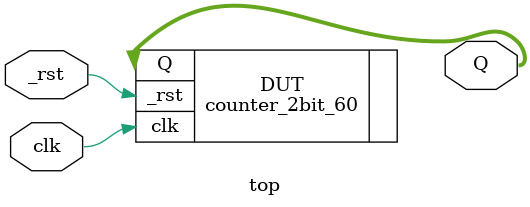
<source format=sv>
module top(
	input logic clk, _rst,
	output logic [7:0] Q
);

counter_2bit_60 DUT(
	.clk(clk),
	._rst(_rst),
	.Q(Q)
);

endmodule

</source>
